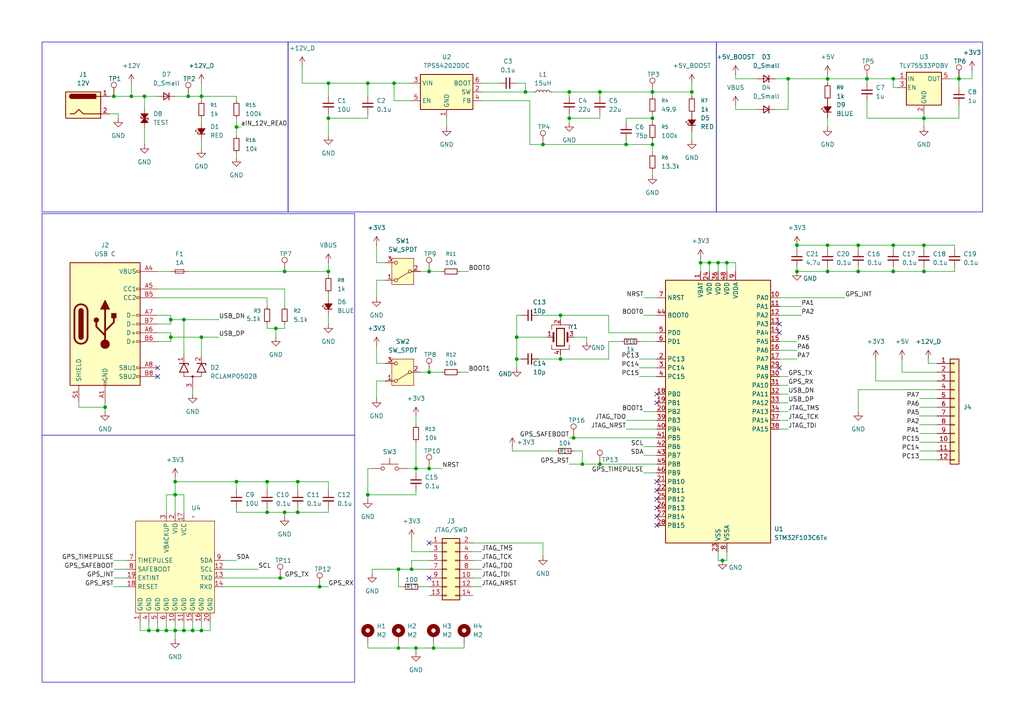
<source format=kicad_sch>
(kicad_sch (version 20250114) (generator "eeschema") (generator_version "9.0")
  (paper "A4")
  (title_block (title "DevBoard") (date "2026-01-31") (rev "A0.1") (company "MD"))
  (rectangle (start 12.192 12.192) (end 83.566 61.468))
  (rectangle (start 12.192 126.238) (end 102.87 197.866))
  (rectangle (start 83.566 12.192) (end 207.772 61.468))
  (rectangle (start 207.772 12.192) (end 284.988 61.468))
  (rectangle (start 12.192 61.976) (end 102.87 126.238))
  (junction (at 209.55 162.56))
  (junction (at 58.42 182.88))
  (junction (at 43.18 182.88))
  (junction (at 54.61 27.94))
  (junction (at 115.57 187.96))
  (junction (at 231.14 71.12))
  (junction (at 30.48 118.11))
  (junction (at 149.86 104.14))
  (junction (at 124.46 135.89))
  (junction (at 231.14 78.74))
  (junction (at 33.02 27.94))
  (junction (at 259.08 22.86))
  (junction (at 125.73 187.96))
  (junction (at 205.74 76.2))
  (junction (at 120.65 187.96))
  (junction (at 58.42 97.79))
  (junction (at 240.03 71.12))
  (junction (at 50.8 139.7))
  (junction (at 38.1 27.94))
  (junction (at 80.01 95.25))
  (junction (at 48.26 182.88))
  (junction (at 173.99 26.67))
  (junction (at 189.23 34.29))
  (junction (at 53.34 92.71))
  (junction (at 208.28 76.2))
  (junction (at 92.71 170.18))
  (junction (at 165.1 34.29))
  (junction (at 77.47 139.7))
  (junction (at 68.58 36.83))
  (junction (at 120.65 135.89))
  (junction (at 95.25 78.74))
  (junction (at 124.46 107.95))
  (junction (at 86.36 148.59))
  (junction (at 50.8 143.51))
  (junction (at 267.97 34.29))
  (junction (at 157.48 41.91))
  (junction (at 95.25 34.29))
  (junction (at 68.58 139.7))
  (junction (at 259.08 78.74))
  (junction (at 95.25 24.13))
  (junction (at 114.3 24.13))
  (junction (at 82.55 78.74))
  (junction (at 115.57 165.1))
  (junction (at 251.46 22.86))
  (junction (at 203.2 76.2))
  (junction (at 106.68 24.13))
  (junction (at 77.47 148.59))
  (junction (at 86.36 139.7))
  (junction (at 210.82 76.2))
  (junction (at 189.23 26.67))
  (junction (at 240.03 22.86))
  (junction (at 200.66 26.67))
  (junction (at 248.92 78.74))
  (junction (at 119.38 165.1))
  (junction (at 173.99 134.62))
  (junction (at 267.97 71.12))
  (junction (at 162.56 104.14))
  (junction (at 152.4 26.67))
  (junction (at 49.53 97.79))
  (junction (at 53.34 182.88))
  (junction (at 259.08 71.12))
  (junction (at 49.53 92.71))
  (junction (at 165.1 26.67))
  (junction (at 168.91 134.62))
  (junction (at 228.6 22.86))
  (junction (at 162.56 91.44))
  (junction (at 267.97 78.74))
  (junction (at 81.28 167.64))
  (junction (at 189.23 41.91))
  (junction (at 50.8 182.88))
  (junction (at 41.91 27.94))
  (junction (at 55.88 182.88))
  (junction (at 82.55 148.59))
  (junction (at 248.92 71.12))
  (junction (at 278.13 22.86))
  (junction (at 240.03 78.74))
  (junction (at 45.72 182.88))
  (junction (at 124.46 78.74))
  (junction (at 106.68 143.51))
  (junction (at 58.42 27.94))
  (junction (at 181.61 41.91))
  (junction (at 166.37 127))
  (junction (at 149.86 97.79))
  (no_connect (at 190.5 114.3))
  (no_connect (at 226.06 106.68))
  (no_connect (at 190.5 144.78))
  (no_connect (at 45.72 109.22))
  (no_connect (at 226.06 96.52))
  (no_connect (at 190.5 149.86))
  (no_connect (at 45.72 106.68))
  (no_connect (at 190.5 147.32))
  (no_connect (at 190.5 152.4))
  (no_connect (at 190.5 116.84))
  (no_connect (at 124.46 157.48))
  (no_connect (at 226.06 93.98))
  (no_connect (at 190.5 142.24))
  (no_connect (at 124.46 167.64))
  (no_connect (at 190.5 139.7))
  (wire (pts (xy 185.42 109.22) (xy 190.5 109.22)))
  (wire (pts (xy 95.25 147.32) (xy 95.25 148.59)))
  (wire (pts (xy 45.72 96.52) (xy 49.53 96.52)))
  (wire (pts (xy 149.86 97.79) (xy 158.75 97.79)))
  (wire (pts (xy 162.56 91.44) (xy 176.53 91.44)))
  (wire (pts (xy 248.92 113.03) (xy 248.92 119.38)))
  (wire (pts (xy 95.25 78.74) (xy 95.25 80.01)))
  (wire (pts (xy 149.86 91.44) (xy 149.86 97.79)))
  (wire (pts (xy 58.42 182.88) (xy 60.96 182.88)))
  (wire (pts (xy 111.76 76.2) (xy 109.22 76.2)))
  (wire (pts (xy 77.47 147.32) (xy 77.47 148.59)))
  (wire (pts (xy 120.65 142.24) (xy 120.65 143.51)))
  (wire (pts (xy 53.34 143.51) (xy 50.8 143.51)))
  (wire (pts (xy 173.99 134.62) (xy 190.5 134.62)))
  (wire (pts (xy 205.74 76.2) (xy 205.74 78.74)))
  (wire (pts (xy 48.26 180.34) (xy 48.26 182.88)))
  (wire (pts (xy 219.71 22.86) (xy 213.36 22.86)))
  (wire (pts (xy 77.47 148.59) (xy 82.55 148.59)))
  (wire (pts (xy 226.06 116.84) (xy 228.6 116.84)))
  (wire (pts (xy 248.92 71.12) (xy 240.03 71.12)))
  (wire (pts (xy 95.25 27.94) (xy 95.25 24.13)))
  (wire (pts (xy 95.25 142.24) (xy 95.25 139.7)))
  (wire (pts (xy 58.42 24.13) (xy 58.42 27.94)))
  (wire (pts (xy 168.91 130.81) (xy 168.91 134.62)))
  (wire (pts (xy 137.16 157.48) (xy 157.48 157.48)))
  (wire (pts (xy 133.35 78.74) (xy 135.89 78.74)))
  (wire (pts (xy 148.59 130.81) (xy 161.29 130.81)))
  (wire (pts (xy 266.7 133.35) (xy 271.78 133.35)))
  (wire (pts (xy 240.03 77.47) (xy 240.03 78.74)))
  (wire (pts (xy 124.46 160.02) (xy 119.38 160.02)))
  (wire (pts (xy 45.72 86.36) (xy 77.47 86.36)))
  (wire (pts (xy 121.92 107.95) (xy 124.46 107.95)))
  (wire (pts (xy 210.82 162.56) (xy 209.55 162.56)))
  (wire (pts (xy 180.34 99.06) (xy 176.53 99.06)))
  (wire (pts (xy 149.86 104.14) (xy 151.13 104.14)))
  (wire (pts (xy 176.53 96.52) (xy 176.53 91.44)))
  (wire (pts (xy 120.65 187.96) (xy 120.65 189.23)))
  (wire (pts (xy 189.23 34.29) (xy 189.23 35.56)))
  (wire (pts (xy 109.22 71.12) (xy 109.22 76.2)))
  (wire (pts (xy 208.28 76.2) (xy 208.28 78.74)))
  (wire (pts (xy 106.68 186.69) (xy 106.68 187.96)))
  (wire (pts (xy 124.46 107.95) (xy 128.27 107.95)))
  (wire (pts (xy 224.79 31.75) (xy 228.6 31.75)))
  (wire (pts (xy 226.06 114.3) (xy 228.6 114.3)))
  (wire (pts (xy 240.03 34.29) (xy 240.03 36.83)))
  (wire (pts (xy 68.58 44.45) (xy 68.58 45.72)))
  (wire (pts (xy 185.42 104.14) (xy 190.5 104.14)))
  (wire (pts (xy 248.92 77.47) (xy 248.92 78.74)))
  (wire (pts (xy 228.6 121.92) (xy 226.06 121.92)))
  (wire (pts (xy 58.42 34.29) (xy 58.42 35.56)))
  (wire (pts (xy 213.36 31.75) (xy 219.71 31.75)))
  (wire (pts (xy 77.47 139.7) (xy 68.58 139.7)))
  (wire (pts (xy 259.08 25.4) (xy 259.08 22.86)))
  (wire (pts (xy 55.88 180.34) (xy 55.88 182.88)))
  (wire (pts (xy 266.7 120.65) (xy 271.78 120.65)))
  (wire (pts (xy 77.47 93.98) (xy 77.47 95.25)))
  (wire (pts (xy 139.7 26.67) (xy 152.4 26.67)))
  (wire (pts (xy 200.66 24.13) (xy 200.66 26.67)))
  (wire (pts (xy 228.6 22.86) (xy 240.03 22.86)))
  (wire (pts (xy 137.16 167.64) (xy 139.7 167.64)))
  (wire (pts (xy 95.25 139.7) (xy 86.36 139.7)))
  (wire (pts (xy 77.47 86.36) (xy 77.47 88.9)))
  (wire (pts (xy 109.22 110.49) (xy 109.22 115.57)))
  (wire (pts (xy 53.34 92.71) (xy 53.34 102.87)))
  (wire (pts (xy 267.97 34.29) (xy 267.97 33.02)))
  (wire (pts (xy 95.25 91.44) (xy 95.25 93.98)))
  (wire (pts (xy 53.34 180.34) (xy 53.34 182.88)))
  (wire (pts (xy 165.1 34.29) (xy 173.99 34.29)))
  (wire (pts (xy 266.7 128.27) (xy 271.78 128.27)))
  (wire (pts (xy 115.57 186.69) (xy 115.57 187.96)))
  (wire (pts (xy 153.67 41.91) (xy 153.67 29.21)))
  (wire (pts (xy 149.86 24.13) (xy 152.4 24.13)))
  (wire (pts (xy 82.55 95.25) (xy 80.01 95.25)))
  (wire (pts (xy 41.91 36.83) (xy 41.91 41.91)))
  (wire (pts (xy 50.8 143.51) (xy 50.8 148.59)))
  (wire (pts (xy 231.14 99.06) (xy 226.06 99.06)))
  (wire (pts (xy 228.6 124.46) (xy 226.06 124.46)))
  (wire (pts (xy 170.18 97.79) (xy 170.18 99.06)))
  (wire (pts (xy 116.84 170.18) (xy 115.57 170.18)))
  (wire (pts (xy 119.38 29.21) (xy 114.3 29.21)))
  (wire (pts (xy 226.06 101.6) (xy 231.14 101.6)))
  (wire (pts (xy 189.23 33.02) (xy 189.23 34.29)))
  (wire (pts (xy 271.78 110.49) (xy 254 110.49)))
  (wire (pts (xy 30.48 116.84) (xy 30.48 118.11)))
  (wire (pts (xy 48.26 148.59) (xy 48.26 143.51)))
  (wire (pts (xy 228.6 22.86) (xy 228.6 31.75)))
  (wire (pts (xy 261.62 107.95) (xy 261.62 104.14)))
  (wire (pts (xy 95.25 24.13) (xy 106.68 24.13)))
  (wire (pts (xy 124.46 78.74) (xy 128.27 78.74)))
  (wire (pts (xy 22.86 116.84) (xy 22.86 118.11)))
  (wire (pts (xy 68.58 36.83) (xy 68.58 39.37)))
  (wire (pts (xy 151.13 91.44) (xy 149.86 91.44)))
  (wire (pts (xy 58.42 97.79) (xy 63.5 97.79)))
  (wire (pts (xy 49.53 97.79) (xy 49.53 99.06)))
  (wire (pts (xy 148.59 130.81) (xy 148.59 129.54)))
  (wire (pts (xy 267.97 71.12) (xy 259.08 71.12)))
  (wire (pts (xy 181.61 121.92) (xy 190.5 121.92)))
  (wire (pts (xy 38.1 27.94) (xy 41.91 27.94)))
  (wire (pts (xy 86.36 142.24) (xy 86.36 139.7)))
  (wire (pts (xy 49.53 93.98) (xy 49.53 92.71)))
  (wire (pts (xy 119.38 165.1) (xy 124.46 165.1)))
  (wire (pts (xy 152.4 26.67) (xy 154.94 26.67)))
  (wire (pts (xy 248.92 71.12) (xy 248.92 72.39)))
  (wire (pts (xy 50.8 27.94) (xy 54.61 27.94)))
  (wire (pts (xy 228.6 119.38) (xy 226.06 119.38)))
  (wire (pts (xy 157.48 41.91) (xy 153.67 41.91)))
  (wire (pts (xy 166.37 127) (xy 190.5 127)))
  (wire (pts (xy 43.18 182.88) (xy 40.64 182.88)))
  (wire (pts (xy 186.69 86.36) (xy 190.5 86.36)))
  (wire (pts (xy 190.5 124.46) (xy 181.61 124.46)))
  (wire (pts (xy 50.8 182.88) (xy 48.26 182.88)))
  (wire (pts (xy 134.62 186.69) (xy 134.62 187.96)))
  (wire (pts (xy 64.77 170.18) (xy 92.71 170.18)))
  (wire (pts (xy 45.72 180.34) (xy 45.72 182.88)))
  (wire (pts (xy 53.34 92.71) (xy 63.5 92.71)))
  (wire (pts (xy 226.06 111.76) (xy 228.6 111.76)))
  (wire (pts (xy 49.53 97.79) (xy 58.42 97.79)))
  (wire (pts (xy 82.55 83.82) (xy 45.72 83.82)))
  (wire (pts (xy 115.57 165.1) (xy 119.38 165.1)))
  (wire (pts (xy 278.13 34.29) (xy 267.97 34.29)))
  (wire (pts (xy 259.08 22.86) (xy 251.46 22.86)))
  (wire (pts (xy 271.78 107.95) (xy 261.62 107.95)))
  (wire (pts (xy 226.06 88.9) (xy 232.41 88.9)))
  (wire (pts (xy 41.91 27.94) (xy 41.91 31.75)))
  (wire (pts (xy 165.1 127) (xy 166.37 127)))
  (wire (pts (xy 111.76 105.41) (xy 109.22 105.41)))
  (wire (pts (xy 40.64 182.88) (xy 40.64 180.34)))
  (wire (pts (xy 58.42 40.64) (xy 58.42 43.18)))
  (wire (pts (xy 34.29 33.02) (xy 34.29 34.29)))
  (wire (pts (xy 48.26 182.88) (xy 45.72 182.88)))
  (wire (pts (xy 58.42 27.94) (xy 58.42 29.21)))
  (wire (pts (xy 115.57 170.18) (xy 115.57 165.1)))
  (wire (pts (xy 271.78 113.03) (xy 248.92 113.03)))
  (wire (pts (xy 82.55 148.59) (xy 82.55 149.86)))
  (wire (pts (xy 68.58 34.29) (xy 68.58 36.83)))
  (wire (pts (xy 156.21 91.44) (xy 162.56 91.44)))
  (wire (pts (xy 53.34 182.88) (xy 55.88 182.88)))
  (wire (pts (xy 115.57 187.96) (xy 120.65 187.96)))
  (wire (pts (xy 50.8 139.7) (xy 50.8 143.51)))
  (wire (pts (xy 120.65 120.65) (xy 120.65 123.19)))
  (wire (pts (xy 33.02 162.56) (xy 36.83 162.56)))
  (wire (pts (xy 33.02 165.1) (xy 36.83 165.1)))
  (wire (pts (xy 109.22 81.28) (xy 109.22 86.36)))
  (wire (pts (xy 49.53 91.44) (xy 49.53 92.71)))
  (wire (pts (xy 95.25 148.59) (xy 86.36 148.59)))
  (wire (pts (xy 278.13 30.48) (xy 278.13 34.29)))
  (wire (pts (xy 165.1 26.67) (xy 173.99 26.67)))
  (wire (pts (xy 240.03 78.74) (xy 248.92 78.74)))
  (wire (pts (xy 231.14 71.12) (xy 231.14 72.39)))
  (wire (pts (xy 106.68 135.89) (xy 106.68 143.51)))
  (wire (pts (xy 106.68 187.96) (xy 115.57 187.96)))
  (wire (pts (xy 189.23 26.67) (xy 189.23 27.94)))
  (wire (pts (xy 275.59 22.86) (xy 278.13 22.86)))
  (wire (pts (xy 82.55 93.98) (xy 82.55 95.25)))
  (wire (pts (xy 162.56 104.14) (xy 162.56 102.87)))
  (wire (pts (xy 120.65 135.89) (xy 120.65 137.16)))
  (wire (pts (xy 109.22 100.33) (xy 109.22 105.41)))
  (wire (pts (xy 213.36 22.86) (xy 213.36 21.59)))
  (wire (pts (xy 118.11 135.89) (xy 120.65 135.89)))
  (wire (pts (xy 162.56 91.44) (xy 162.56 92.71)))
  (wire (pts (xy 82.55 88.9) (xy 82.55 83.82)))
  (wire (pts (xy 190.5 99.06) (xy 185.42 99.06)))
  (wire (pts (xy 240.03 71.12) (xy 231.14 71.12)))
  (wire (pts (xy 160.02 26.67) (xy 165.1 26.67)))
  (wire (pts (xy 107.95 165.1) (xy 115.57 165.1)))
  (wire (pts (xy 166.37 130.81) (xy 168.91 130.81)))
  (wire (pts (xy 137.16 162.56) (xy 139.7 162.56)))
  (wire (pts (xy 267.97 71.12) (xy 267.97 72.39)))
  (wire (pts (xy 176.53 104.14) (xy 162.56 104.14)))
  (wire (pts (xy 31.75 27.94) (xy 33.02 27.94)))
  (wire (pts (xy 189.23 41.91) (xy 189.23 44.45)))
  (wire (pts (xy 45.72 91.44) (xy 49.53 91.44)))
  (wire (pts (xy 121.92 78.74) (xy 124.46 78.74)))
  (wire (pts (xy 50.8 138.43) (xy 50.8 139.7)))
  (wire (pts (xy 266.7 130.81) (xy 271.78 130.81)))
  (wire (pts (xy 248.92 78.74) (xy 259.08 78.74)))
  (wire (pts (xy 119.38 24.13) (xy 114.3 24.13)))
  (wire (pts (xy 165.1 34.29) (xy 165.1 35.56)))
  (wire (pts (xy 152.4 24.13) (xy 152.4 26.67)))
  (wire (pts (xy 64.77 162.56) (xy 68.58 162.56)))
  (wire (pts (xy 77.47 95.25) (xy 80.01 95.25)))
  (wire (pts (xy 33.02 167.64) (xy 36.83 167.64)))
  (wire (pts (xy 281.94 20.32) (xy 281.94 22.86)))
  (wire (pts (xy 82.55 78.74) (xy 95.25 78.74)))
  (wire (pts (xy 189.23 26.67) (xy 173.99 26.67)))
  (wire (pts (xy 278.13 22.86) (xy 278.13 25.4)))
  (wire (pts (xy 43.18 180.34) (xy 43.18 182.88)))
  (wire (pts (xy 149.86 104.14) (xy 149.86 106.68)))
  (wire (pts (xy 149.86 97.79) (xy 149.86 104.14)))
  (wire (pts (xy 181.61 41.91) (xy 189.23 41.91)))
  (wire (pts (xy 173.99 33.02) (xy 173.99 34.29)))
  (wire (pts (xy 95.25 34.29) (xy 95.25 39.37)))
  (wire (pts (xy 49.53 96.52) (xy 49.53 97.79)))
  (wire (pts (xy 86.36 147.32) (xy 86.36 148.59)))
  (wire (pts (xy 137.16 165.1) (xy 139.7 165.1)))
  (wire (pts (xy 186.69 129.54) (xy 190.5 129.54)))
  (wire (pts (xy 231.14 78.74) (xy 240.03 78.74)))
  (wire (pts (xy 203.2 76.2) (xy 203.2 78.74)))
  (wire (pts (xy 208.28 162.56) (xy 209.55 162.56)))
  (wire (pts (xy 60.96 180.34) (xy 60.96 182.88)))
  (wire (pts (xy 92.71 170.18) (xy 95.25 170.18)))
  (wire (pts (xy 210.82 160.02) (xy 210.82 162.56)))
  (wire (pts (xy 165.1 26.67) (xy 165.1 27.94)))
  (wire (pts (xy 53.34 148.59) (xy 53.34 143.51)))
  (wire (pts (xy 64.77 165.1) (xy 74.93 165.1)))
  (wire (pts (xy 41.91 27.94) (xy 45.72 27.94)))
  (wire (pts (xy 165.1 134.62) (xy 168.91 134.62)))
  (wire (pts (xy 165.1 34.29) (xy 165.1 33.02)))
  (wire (pts (xy 200.66 26.67) (xy 189.23 26.67)))
  (wire (pts (xy 86.36 148.59) (xy 82.55 148.59)))
  (wire (pts (xy 181.61 35.56) (xy 181.61 34.29)))
  (wire (pts (xy 106.68 143.51) (xy 120.65 143.51)))
  (wire (pts (xy 133.35 107.95) (xy 135.89 107.95)))
  (wire (pts (xy 58.42 97.79) (xy 58.42 102.87)))
  (wire (pts (xy 125.73 187.96) (xy 120.65 187.96)))
  (wire (pts (xy 68.58 142.24) (xy 68.58 139.7)))
  (wire (pts (xy 33.02 170.18) (xy 36.83 170.18)))
  (wire (pts (xy 50.8 182.88) (xy 53.34 182.88)))
  (wire (pts (xy 267.97 78.74) (xy 276.86 78.74)))
  (wire (pts (xy 119.38 162.56) (xy 119.38 165.1)))
  (wire (pts (xy 58.42 27.94) (xy 68.58 27.94)))
  (wire (pts (xy 189.23 49.53) (xy 189.23 50.8)))
  (wire (pts (xy 266.7 118.11) (xy 271.78 118.11)))
  (wire (pts (xy 55.88 182.88) (xy 58.42 182.88)))
  (wire (pts (xy 186.69 119.38) (xy 190.5 119.38)))
  (wire (pts (xy 259.08 78.74) (xy 267.97 78.74)))
  (wire (pts (xy 50.8 185.42) (xy 50.8 182.88)))
  (wire (pts (xy 266.7 125.73) (xy 271.78 125.73)))
  (wire (pts (xy 95.25 85.09) (xy 95.25 86.36)))
  (wire (pts (xy 77.47 142.24) (xy 77.47 139.7)))
  (wire (pts (xy 119.38 156.21) (xy 119.38 160.02)))
  (wire (pts (xy 157.48 157.48) (xy 157.48 161.29)))
  (wire (pts (xy 106.68 143.51) (xy 106.68 144.78)))
  (wire (pts (xy 205.74 76.2) (xy 203.2 76.2)))
  (wire (pts (xy 168.91 134.62) (xy 173.99 134.62)))
  (wire (pts (xy 269.24 105.41) (xy 269.24 104.14)))
  (wire (pts (xy 106.68 135.89) (xy 107.95 135.89)))
  (wire (pts (xy 240.03 22.86) (xy 251.46 22.86)))
  (wire (pts (xy 68.58 27.94) (xy 68.58 29.21)))
  (wire (pts (xy 208.28 76.2) (xy 205.74 76.2)))
  (wire (pts (xy 81.28 167.64) (xy 82.55 167.64)))
  (wire (pts (xy 50.8 180.34) (xy 50.8 182.88)))
  (wire (pts (xy 254 110.49) (xy 254 104.14)))
  (wire (pts (xy 166.37 97.79) (xy 170.18 97.79)))
  (wire (pts (xy 176.53 99.06) (xy 176.53 104.14)))
  (wire (pts (xy 49.53 92.71) (xy 53.34 92.71)))
  (wire (pts (xy 203.2 74.93) (xy 203.2 76.2)))
  (wire (pts (xy 45.72 78.74) (xy 49.53 78.74)))
  (wire (pts (xy 240.03 71.12) (xy 240.03 72.39)))
  (wire (pts (xy 190.5 96.52) (xy 176.53 96.52)))
  (wire (pts (xy 276.86 71.12) (xy 267.97 71.12)))
  (wire (pts (xy 124.46 170.18) (xy 121.92 170.18)))
  (wire (pts (xy 259.08 71.12) (xy 248.92 71.12)))
  (wire (pts (xy 120.65 128.27) (xy 120.65 135.89)))
  (wire (pts (xy 186.69 91.44) (xy 190.5 91.44)))
  (wire (pts (xy 278.13 22.86) (xy 281.94 22.86)))
  (wire (pts (xy 45.72 99.06) (xy 49.53 99.06)))
  (wire (pts (xy 48.26 143.51) (xy 50.8 143.51)))
  (wire (pts (xy 185.42 106.68) (xy 190.5 106.68)))
  (wire (pts (xy 226.06 91.44) (xy 232.41 91.44)))
  (wire (pts (xy 226.06 86.36) (xy 245.11 86.36)))
  (wire (pts (xy 153.67 29.21) (xy 139.7 29.21)))
  (wire (pts (xy 267.97 77.47) (xy 267.97 78.74)))
  (wire (pts (xy 134.62 187.96) (xy 125.73 187.96)))
  (wire (pts (xy 95.25 34.29) (xy 106.68 34.29)))
  (wire (pts (xy 129.54 34.29) (xy 129.54 36.83)))
  (wire (pts (xy 231.14 77.47) (xy 231.14 78.74)))
  (wire (pts (xy 95.25 76.2) (xy 95.25 78.74)))
  (wire (pts (xy 68.58 36.83) (xy 69.85 36.83)))
  (wire (pts (xy 137.16 160.02) (xy 139.7 160.02)))
  (wire (pts (xy 213.36 78.74) (xy 213.36 76.2)))
  (wire (pts (xy 251.46 22.86) (xy 251.46 24.13)))
  (wire (pts (xy 31.75 33.02) (xy 34.29 33.02)))
  (wire (pts (xy 186.69 137.16) (xy 190.5 137.16)))
  (wire (pts (xy 111.76 110.49) (xy 109.22 110.49)))
  (wire (pts (xy 45.72 182.88) (xy 43.18 182.88)))
  (wire (pts (xy 139.7 24.13) (xy 144.78 24.13)))
  (wire (pts (xy 210.82 78.74) (xy 210.82 76.2)))
  (wire (pts (xy 68.58 139.7) (xy 50.8 139.7)))
  (wire (pts (xy 120.65 135.89) (xy 124.46 135.89)))
  (wire (pts (xy 55.88 113.03) (xy 55.88 114.3)))
  (wire (pts (xy 106.68 33.02) (xy 106.68 34.29)))
  (wire (pts (xy 200.66 38.1) (xy 200.66 40.64)))
  (wire (pts (xy 259.08 71.12) (xy 259.08 72.39)))
  (wire (pts (xy 276.86 78.74) (xy 276.86 77.47)))
  (wire (pts (xy 22.86 118.11) (xy 30.48 118.11)))
  (wire (pts (xy 271.78 105.41) (xy 269.24 105.41)))
  (wire (pts (xy 266.7 115.57) (xy 271.78 115.57)))
  (wire (pts (xy 173.99 26.67) (xy 173.99 27.94)))
  (wire (pts (xy 186.69 132.08) (xy 190.5 132.08)))
  (wire (pts (xy 80.01 95.25) (xy 80.01 97.79)))
  (wire (pts (xy 114.3 29.21) (xy 114.3 24.13)))
  (wire (pts (xy 224.79 22.86) (xy 228.6 22.86)))
  (wire (pts (xy 200.66 27.94) (xy 200.66 26.67)))
  (wire (pts (xy 106.68 27.94) (xy 106.68 24.13)))
  (wire (pts (xy 181.61 40.64) (xy 181.61 41.91)))
  (wire (pts (xy 38.1 24.13) (xy 38.1 27.94)))
  (wire (pts (xy 54.61 78.74) (xy 82.55 78.74)))
  (wire (pts (xy 68.58 147.32) (xy 68.58 148.59)))
  (wire (pts (xy 240.03 24.13) (xy 240.03 22.86)))
  (wire (pts (xy 124.46 135.89) (xy 128.27 135.89)))
  (wire (pts (xy 107.95 165.1) (xy 107.95 166.37)))
  (wire (pts (xy 156.21 104.14) (xy 162.56 104.14)))
  (wire (pts (xy 208.28 160.02) (xy 208.28 162.56)))
  (wire (pts (xy 125.73 186.69) (xy 125.73 187.96)))
  (wire (pts (xy 124.46 162.56) (xy 119.38 162.56)))
  (wire (pts (xy 260.35 25.4) (xy 259.08 25.4)))
  (wire (pts (xy 189.23 40.64) (xy 189.23 41.91)))
  (wire (pts (xy 114.3 24.13) (xy 106.68 24.13)))
  (wire (pts (xy 276.86 72.39) (xy 276.86 71.12)))
  (wire (pts (xy 64.77 167.64) (xy 81.28 167.64)))
  (wire (pts (xy 226.06 109.22) (xy 228.6 109.22)))
  (wire (pts (xy 181.61 41.91) (xy 157.48 41.91)))
  (wire (pts (xy 210.82 76.2) (xy 208.28 76.2)))
  (wire (pts (xy 259.08 77.47) (xy 259.08 78.74)))
  (wire (pts (xy 213.36 31.75) (xy 213.36 30.48)))
  (wire (pts (xy 54.61 27.94) (xy 58.42 27.94)))
  (wire (pts (xy 260.35 22.86) (xy 259.08 22.86)))
  (wire (pts (xy 68.58 148.59) (xy 77.47 148.59)))
  (wire (pts (xy 267.97 36.83) (xy 267.97 34.29)))
  (wire (pts (xy 213.36 76.2) (xy 210.82 76.2)))
  (wire (pts (xy 30.48 118.11) (xy 30.48 119.38)))
  (wire (pts (xy 266.7 123.19) (xy 271.78 123.19)))
  (wire (pts (xy 95.25 33.02) (xy 95.25 34.29)))
  (wire (pts (xy 33.02 27.94) (xy 38.1 27.94)))
  (wire (pts (xy 240.03 21.59) (xy 240.03 22.86)))
  (wire (pts (xy 137.16 170.18) (xy 139.7 170.18)))
  (wire (pts (xy 87.63 24.13) (xy 95.25 24.13)))
  (wire (pts (xy 181.61 34.29) (xy 189.23 34.29)))
  (wire (pts (xy 45.72 93.98) (xy 49.53 93.98)))
  (wire (pts (xy 87.63 24.13) (xy 87.63 19.05)))
  (wire (pts (xy 86.36 139.7) (xy 77.47 139.7)))
  (wire (pts (xy 226.06 104.14) (xy 231.14 104.14)))
  (wire (pts (xy 58.42 180.34) (xy 58.42 182.88)))
  (wire (pts (xy 267.97 34.29) (xy 251.46 34.29)))
  (wire (pts (xy 111.76 81.28) (xy 109.22 81.28)))
  (wire (pts (xy 251.46 34.29) (xy 251.46 29.21)))
  (label "NRST" (at 128.27 135.89 0))
  (label "GPS_INT" (at 245.11 86.36 0))
  (label "PA5" (at 266.7 120.65 180))
  (label "PA2" (at 266.7 123.19 180))
  (label "PA5" (at 231.14 99.06 0))
  (label "GPS_RST" (at 33.02 170.18 180))
  (label "NRST" (at 186.69 86.36 180))
  (label "JTAG_TCK" (at 228.6 121.92 0))
  (label "PA2" (at 232.41 91.44 0))
  (label "BOOT1" (at 135.89 107.95 0))
  (label "GPS_RX" (at 228.6 111.76 0))
  (label "JTAG_NRST" (at 139.7 170.18 0))
  (label "SDA" (at 186.69 132.08 180))
  (label "BOOT0" (at 135.89 78.74 0))
  (label "PA1" (at 232.41 88.9 0))
  (label "SCL" (at 74.93 165.1 0))
  (label "GPS_TIMEPULSE" (at 186.69 137.16 180))
  (label "PC14" (at 266.7 130.81 180))
  (label "BOOT1" (at 186.69 119.38 180))
  (label "PA7" (at 266.7 115.57 180))
  (label "PA1" (at 266.7 125.73 180))
  (label "PC13" (at 266.7 133.35 180))
  (label "USB_DN" (at 228.6 114.3 0))
  (label "JTAG_TDO" (at 181.61 121.92 180))
  (label "JTAG_TDO" (at 139.7 165.1 0))
  (label "JTAG_TMS" (at 139.7 160.02 0))
  (label "GPS_SAFEBOOT" (at 165.1 127 180))
  (label "JTAG_TCK" (at 139.7 162.56 0))
  (label "GPS_TX" (at 82.55 167.64 0))
  (label "GPS_INT" (at 33.02 167.64 180))
  (label "PA6" (at 231.14 101.6 0))
  (label "JTAG_NRST" (at 181.61 124.46 180))
  (label "USB_DP" (at 228.6 116.84 0))
  (label "JTAG_TDI" (at 228.6 124.46 0))
  (label "USB_DN" (at 63.5 92.71 0))
  (label "PC15" (at 266.7 128.27 180))
  (label "BOOT0" (at 186.69 91.44 180))
  (label "GPS_RST" (at 165.1 134.62 180))
  (label "SDA" (at 68.58 162.56 0))
  (label "GPS_TX" (at 228.6 109.22 0))
  (label "GPS_RX" (at 95.25 170.18 0))
  (label "PA7" (at 231.14 104.14 0))
  (label "JTAG_TMS" (at 228.6 119.38 0))
  (label "USB_DP" (at 63.5 97.79 0))
  (label "SCL" (at 186.69 129.54 180))
  (label "GPS_TIMEPULSE" (at 33.02 162.56 180))
  (label "PC14" (at 185.42 106.68 180))
  (label "PA6" (at 266.7 118.11 180))
  (label "GPS_SAFEBOOT" (at 33.02 165.1 180))
  (label "JTAG_TDI" (at 139.7 167.64 0))
  (label "PC13" (at 185.42 104.14 180))
  (label "PC15" (at 185.42 109.22 180))
  (label "aIN_12V_READ" (at 69.85 36.83 0))
  (symbol (lib_id "power:GND") (at 149.86 106.68 0) (unit 1)
    (property "Reference" "#PWR031" (effects (hide yes)))
    (property "Value" "GND" (at 146.558 108.458 0))
    (property "Description" "Power symbol creates a global label with name \"GND\" , ground" (effects (hide yes)))
  )
  (symbol (lib_id "power:GND") (at 80.01 97.79 0) (unit 1)
    (property "Reference" "#PWR05" (effects (hide yes)))
    (property "Value" "GND" (at 80.01 102.87 0))
    (property "Description" "Power symbol creates a global label with name \"GND\" , ground" (effects (hide yes)))
  )
  (symbol (lib_id "Device:R_Small") (at 240.03 26.67 0) (unit 1)
    (property "Reference" "R9" (at 242.57 25.3999 0) (effects (font (size 1.016 1.016)) (justify left)))
    (property "Value" "1k" (at 242.57 27.9399 0) (effects (justify left)))
    (property "Footprint" "Resistor_SMD:R_0603_1608Metric_Pad0.98x0.95mm_HandSolder" (effects (hide yes)))
    (property "Description" "Resistor, small symbol" (effects (hide yes)))
  )
  (symbol (lib_id "CustomKicadSymbols:SAM-M10Q") (at 50.8 165.1 0) (unit 1)
    (property "Reference" "U4" (at 55.4833 147.32 0) (effects (justify left)))
    (property "Value" "~" (at 55.4833 149.86 0) (effects (justify left)))
    (property "Footprint" "CustomKicadFootprints:SAM-M10Q" (effects (hide yes)))
  )
  (symbol (lib_id "Device:Crystal_GND24") (at 162.56 97.79 0) (unit 1)
    (property "Reference" "Y1" (at 166.37 94.742 0))
    (property "Value" "8MHz" (effects (hide yes)))
    (property "Footprint" "Crystal:Crystal_SMD_Abracon_ABM8G-4Pin_3.2x2.5mm" (effects (hide yes)))
    (property "Description" "Four pin crystal, GND on pins 2 and 4" (effects (hide yes)))
  )
  (symbol (lib_id "power:GND") (at 107.95 166.37 0) (unit 1)
    (property "Reference" "#PWR041" (effects (hide yes)))
    (property "Value" "GND" (at 107.95 171.45 0))
    (property "Description" "Power symbol creates a global label with name \"GND\" , ground" (effects (hide yes)))
  )
  (symbol (lib_id "power:+3V3") (at 254 104.14 0) (unit 1)
    (property "Reference" "#PWR047" (effects (hide yes)))
    (property "Value" "+3V3" (at 254 99.06 0))
    (property "Description" "Power symbol creates a global label with name \"+3V3\"" (effects (hide yes)))
  )
  (symbol (lib_id "Device:R_Small") (at 189.23 38.1 0) (unit 1)
    (property "Reference" "R5" (at 191.77 36.8299 0) (effects (font (size 1.016 1.016)) (justify left)))
    (property "Value" "100k" (at 191.77 39.3699 0) (effects (justify left)))
    (property "Footprint" "Resistor_SMD:R_0603_1608Metric_Pad0.98x0.95mm_HandSolder" (effects (hide yes)))
    (property "Description" "Resistor, small symbol" (effects (hide yes)))
  )
  (symbol (lib_id "Device:L_Small") (at 157.48 26.67 90) (unit 1)
    (property "Reference" "L1" (at 157.48 21.59 90))
    (property "Value" "15uH" (at 157.48 24.13 90))
    (property "Footprint" "Inductor_SMD:L_Coilcraft_LPS3314" (effects (hide yes)))
    (property "Description" "Inductor, small symbol" (effects (hide yes)))
  )
  (symbol (lib_id "power:+3V3") (at 120.65 120.65 0) (unit 1)
    (property "Reference" "#PWR036" (effects (hide yes)))
    (property "Value" "+3V3" (at 120.65 115.57 0))
    (property "Description" "Power symbol creates a global label with name \"+3V3\"" (effects (hide yes)))
  )
  (symbol (lib_id "Device:C_Small") (at 147.32 24.13 90) (unit 1)
    (property "Reference" "C3" (at 147.3263 17.78 90))
    (property "Value" "0.1u" (at 147.3263 20.32 90))
    (property "Footprint" "Capacitor_SMD:C_0603_1608Metric_Pad1.08x0.95mm_HandSolder" (effects (hide yes)))
    (property "Description" "Unpolarized capacitor, small symbol" (effects (hide yes)))
  )
  (symbol (lib_id "Device:R_Small") (at 58.42 31.75 0) (unit 1)
    (property "Reference" "R1" (at 60.96 30.4799 0) (effects (font (size 1.016 1.016)) (justify left)))
    (property "Value" "1k" (at 60.96 33.0199 0) (effects (justify left)))
    (property "Footprint" "Resistor_SMD:R_0603_1608Metric_Pad0.98x0.95mm_HandSolder" (effects (hide yes)))
    (property "Description" "Resistor, small symbol" (effects (hide yes)))
  )
  (symbol (lib_id "power:GND") (at 157.48 161.29 0) (unit 1)
    (property "Reference" "#PWR042" (effects (hide yes)))
    (property "Value" "GND" (at 157.48 166.37 0))
    (property "Description" "Power symbol creates a global label with name \"GND\" , ground" (effects (hide yes)))
  )
  (symbol (lib_id "Regulator_Linear:TLV75533PDBV") (at 267.97 25.4 0) (unit 1)
    (property "Reference" "U3" (at 267.97 16.51 0))
    (property "Value" "TLV75533PDBV" (at 267.97 19.05 0))
    (property "Footprint" "Package_TO_SOT_SMD:SOT-23-5" (effects (hide yes)))
    (property "Datasheet" "http://www.ti.com/lit/ds/symlink/tlv755p.pdf" (effects (hide yes)))
    (property "Description" "500mA Low Dropout Voltage Regulator, Fixed Output 3.3V, SOT-23-5" (effects (hide yes)))
  )
  (symbol (lib_id "power:GND") (at 58.42 43.18 0) (unit 1)
    (property "Reference" "#PWR03" (effects (hide yes)))
    (property "Value" "GND" (at 58.42 48.26 0))
    (property "Description" "Power symbol creates a global label with name \"GND\" , ground" (effects (hide yes)))
  )
  (symbol (lib_id "Connector:TestPoint") (at 124.46 107.95 0) (unit 1)
    (property "Reference" "TP8" (at 122.936 102.87 0) (effects (justify left)))
    (property "Value" "TestPoint" (effects (hide yes)))
    (property "Footprint" "TestPoint:TestPoint_Pad_D2.0mm" (effects (hide yes)))
    (property "Description" "test point" (effects (hide yes)))
  )
  (symbol (lib_id "Device:D_Small") (at 48.26 27.94 180) (unit 1)
    (property "Reference" "D7" (at 48.26 21.59 0))
    (property "Value" "D_Small" (at 48.26 24.13 0))
    (property "Footprint" "Diode_SMD:D_0805_2012Metric_Pad1.15x1.40mm_HandSolder" (effects (hide yes)))
    (property "Description" "Diode, small symbol" (effects (hide yes)))
    (property "Sim.Device" "D" (effects (hide yes)))
    (property "Sim.Pins" "1=K 2=A" (effects (hide yes)))
  )
  (symbol (lib_id "power:+5V") (at 213.36 21.59 0) (unit 1)
    (property "Reference" "#PWR014" (effects (hide yes)))
    (property "Value" "+5V_BOOST" (at 213.36 16.51 0))
    (property "Description" "Power symbol creates a global label with name \"+5V\"" (effects (hide yes)))
  )
  (symbol (lib_id "Device:C_Small") (at 77.47 144.78 0) (unit 1)
    (property "Reference" "C10" (at 80.01 143.5162 0) (effects (justify left)))
    (property "Value" "0.1u" (at 80.01 146.0562 0) (effects (justify left)))
    (property "Footprint" "Capacitor_SMD:C_0603_1608Metric_Pad1.08x0.95mm_HandSolder" (effects (hide yes)))
    (property "Description" "Unpolarized capacitor, small symbol" (effects (hide yes)))
  )
  (symbol (lib_id "Mechanical:MountingHole_Pad") (at 125.73 184.15 0) (unit 1) (in_bom no)
    (property "Reference" "H3" (at 128.27 181.6099 0) (effects (justify left)))
    (property "Value" "M2" (at 128.27 184.1499 0) (effects (justify left)))
    (property "Footprint" "MountingHole:MountingHole_2.2mm_M2_ISO7380_Pad_TopBottom" (effects (hide yes)))
    (property "Description" "Mounting Hole with connection" (effects (hide yes)))
  )
  (symbol (lib_id "Device:R_Small") (at 119.38 170.18 90) (unit 1)
    (property "Reference" "R17" (at 119.38 170.18 90) (effects (font (size 1.016 1.016))))
    (property "Value" "100" (at 119.38 168.148 90))
    (property "Footprint" "Resistor_SMD:R_0603_1608Metric_Pad0.98x0.95mm_HandSolder" (effects (hide yes)))
    (property "Description" "Resistor, small symbol" (effects (hide yes)))
  )
  (symbol (lib_id "power:GND") (at 267.97 36.83 0) (unit 1)
    (property "Reference" "#PWR024" (effects (hide yes)))
    (property "Value" "GND" (at 267.97 41.91 0))
    (property "Description" "Power symbol creates a global label with name \"GND\" , ground" (effects (hide yes)))
  )
  (symbol (lib_id "power:+3V3") (at 148.59 129.54 0) (unit 1)
    (property "Reference" "#PWR038" (effects (hide yes)))
    (property "Value" "+3V3" (at 149.86 128.27 0) (effects (justify left)))
    (property "Description" "Power symbol creates a global label with name \"+3V3\"" (effects (hide yes)))
  )
  (symbol (lib_id "Device:C_Small") (at 95.25 30.48 0) (unit 1)
    (property "Reference" "C1" (at 97.79 29.2162 0) (effects (justify left)))
    (property "Value" "10U" (at 97.79 31.7562 0) (effects (justify left)))
    (property "Footprint" "Capacitor_SMD:C_0805_2012Metric_Pad1.18x1.45mm_HandSolder" (effects (hide yes)))
    (property "Description" "Unpolarized capacitor, small symbol" (effects (hide yes)))
  )
  (symbol (lib_id "Switch:SW_SPDT") (at 116.84 78.74 180) (unit 1)
    (property "Reference" "SW1" (at 116.84 69.85 0))
    (property "Value" "SW_SPDT" (at 116.84 72.39 0))
    (property "Description" "Switch, single pole double throw" (effects (hide yes)))
  )
  (symbol (lib_id "power:+12V") (at 58.42 24.13 0) (unit 1)
    (property "Reference" "#PWR01" (effects (hide yes)))
    (property "Value" "+12V_D" (at 58.42 19.05 0))
    (property "Description" "Power symbol creates a global label with name \"+12V\"" (effects (hide yes)))
  )
  (symbol (lib_id "power:GND") (at 240.03 36.83 0) (unit 1)
    (property "Reference" "#PWR021" (effects (hide yes)))
    (property "Value" "GND" (at 240.03 41.91 0))
    (property "Description" "Power symbol creates a global label with name \"GND\" , ground" (effects (hide yes)))
  )
  (symbol (lib_id "Device:C_Small") (at 231.14 74.93 0) (unit 1)
    (property "Reference" "C21" (at 233.68 73.6662 0) (effects (justify left)))
    (property "Value" "4.7u" (at 233.68 76.2062 0) (effects (justify left)))
    (property "Footprint" "Capacitor_SMD:C_0805_2012Metric_Pad1.18x1.45mm_HandSolder" (effects (hide yes)))
    (property "Description" "Unpolarized capacitor, small symbol" (effects (hide yes)))
  )
  (symbol (lib_id "power:+3V3") (at 50.8 138.43 0) (unit 1)
    (property "Reference" "#PWR026" (effects (hide yes)))
    (property "Value" "+3V3" (at 50.8 133.35 0))
    (property "Description" "Power symbol creates a global label with name \"+3V3\"" (effects (hide yes)))
  )
  (symbol (lib_id "Connector:TestPoint") (at 166.37 127 0) (unit 1)
    (property "Reference" "TP16" (at 164.846 121.92 0) (effects (justify left)))
    (property "Value" "TestPoint" (effects (hide yes)))
    (property "Footprint" "TestPoint:TestPoint_Pad_D2.0mm" (effects (hide yes)))
    (property "Description" "test point" (effects (hide yes)))
  )
  (symbol (lib_id "power:+5V") (at 240.03 21.59 0) (unit 1)
    (property "Reference" "#PWR016" (effects (hide yes)))
    (property "Value" "+5V" (at 240.03 16.51 0))
    (property "Description" "Power symbol creates a global label with name \"+5V\"" (effects (hide yes)))
  )
  (symbol (lib_id "Device:R_Small") (at 82.55 91.44 0) (unit 1)
    (property "Reference" "R2" (at 85.09 90.1699 0) (effects (font (size 1.016 1.016)) (justify left)))
    (property "Value" "5.1k" (at 85.09 92.7099 0) (effects (justify left)))
    (property "Footprint" "Resistor_SMD:R_0603_1608Metric_Pad0.98x0.95mm_HandSolder" (effects (hide yes)))
    (property "Description" "Resistor, small symbol" (effects (hide yes)))
  )
  (symbol (lib_id "Connector:TestPoint") (at 124.46 78.74 0) (unit 1)
    (property "Reference" "TP9" (at 122.936 73.66 0) (effects (justify left)))
    (property "Value" "TestPoint" (effects (hide yes)))
    (property "Footprint" "TestPoint:TestPoint_Pad_D2.0mm" (effects (hide yes)))
    (property "Description" "test point" (effects (hide yes)))
  )
  (symbol (lib_id "Connector_Generic:Conn_02x07_Odd_Even") (at 129.54 165.1 0) (unit 1)
    (property "Reference" "J3" (at 130.81 151.13 0))
    (property "Value" "JTAG/SWD" (at 130.81 153.67 0))
    (property "Footprint" "Connector_PinHeader_1.27mm:PinHeader_2x07_P1.27mm_Vertical_SMD" (effects (hide yes)))
    (property "Description" "Generic connector, double row, 02x07, odd/even pin numbering scheme (row 1 odd numbers, row 2 even numbers), script generated (kicad-library-utils/schlib/autogen/connector/)" (effects (hide yes)))
  )
  (symbol (lib_id "Connector:TestPoint") (at 82.55 78.74 0) (unit 1)
    (property "Reference" "TP7" (at 81.026 73.66 0) (effects (justify left)))
    (property "Value" "TestPoint" (effects (hide yes)))
    (property "Footprint" "TestPoint:TestPoint_Pad_D2.0mm" (effects (hide yes)))
    (property "Description" "test point" (effects (hide yes)))
  )
  (symbol (lib_id "Connector:TestPoint") (at 92.71 170.18 0) (unit 1)
    (property "Reference" "TP12" (at 91.186 165.1 0) (effects (justify left)))
    (property "Value" "TestPoint" (effects (hide yes)))
    (property "Footprint" "TestPoint:TestPoint_Pad_D2.0mm" (effects (hide yes)))
    (property "Description" "test point" (effects (hide yes)))
  )
  (symbol (lib_id "power:GND") (at 55.88 114.3 0) (unit 1)
    (property "Reference" "#PWR06" (effects (hide yes)))
    (property "Value" "GND" (at 55.88 119.38 0))
    (property "Description" "Power symbol creates a global label with name \"GND\" , ground" (effects (hide yes)))
  )
  (symbol (lib_id "Mechanical:MountingHole_Pad") (at 134.62 184.15 0) (unit 1) (in_bom no)
    (property "Reference" "H4" (at 137.16 181.6099 0) (effects (justify left)))
    (property "Value" "M2" (at 137.16 184.1499 0) (effects (justify left)))
    (property "Footprint" "MountingHole:MountingHole_2.2mm_M2_ISO7380_Pad_TopBottom" (effects (hide yes)))
    (property "Description" "Mounting Hole with connection" (effects (hide yes)))
  )
  (symbol (lib_id "Device:LED_Small_Filled") (at 58.42 38.1 90) (unit 1)
    (property "Reference" "D1" (at 60.96 36.7664 90) (effects (justify right)))
    (property "Value" "RED" (at 60.96 39.3064 90) (effects (justify right)))
    (property "Description" "Light emitting diode, small symbol, filled shape" (effects (hide yes)))
    (property "Sim.Pins" "1=K 2=A" (effects (hide yes)))
  )
  (symbol (lib_id "Connector:USB_C_Receptacle_USB2.0_16P") (at 30.48 93.98 0) (unit 1)
    (property "Reference" "J2" (at 30.48 71.12 0))
    (property "Value" "USB C" (at 30.48 73.66 0))
    (property "Footprint" "Connector_USB:USB_C_Receptacle_GCT_USB4110" (effects (hide yes)))
    (property "Datasheet" "https://www.usb.org/sites/default/files/documents/usb_type-c.zip" (effects (hide yes)))
    (property "Description" "USB 2.0-only 16P Type-C Receptacle connector" (effects (hide yes)))
  )
  (symbol (lib_id "Device:R_Small") (at 120.65 125.73 0) (unit 1)
    (property "Reference" "R13" (at 123.19 124.4599 0) (effects (font (size 1.016 1.016)) (justify left)))
    (property "Value" "10k" (at 123.19 126.9999 0) (effects (justify left)))
    (property "Footprint" "Resistor_SMD:R_0603_1608Metric_Pad0.98x0.95mm_HandSolder" (effects (hide yes)))
    (property "Description" "Resistor, small symbol" (effects (hide yes)))
  )
  (symbol (lib_id "power:GND") (at 109.22 86.36 0) (unit 1)
    (property "Reference" "#PWR033" (effects (hide yes)))
    (property "Value" "GND" (at 109.22 91.44 0))
    (property "Description" "Power symbol creates a global label with name \"GND\" , ground" (effects (hide yes)))
  )
  (symbol (lib_id "Mechanical:MountingHole_Pad") (at 106.68 184.15 0) (unit 1) (in_bom no)
    (property "Reference" "H1" (at 109.22 181.6099 0) (effects (justify left)))
    (property "Value" "M2" (at 109.22 184.1499 0) (effects (justify left)))
    (property "Footprint" "MountingHole:MountingHole_2.2mm_M2_ISO7380_Pad_TopBottom" (effects (hide yes)))
    (property "Description" "Mounting Hole with connection" (effects (hide yes)))
  )
  (symbol (lib_id "power:GND") (at 30.48 119.38 0) (unit 1)
    (property "Reference" "#PWR07" (effects (hide yes)))
    (property "Value" "GND" (at 30.48 124.46 0))
    (property "Description" "Power symbol creates a global label with name \"GND\" , ground" (effects (hide yes)))
  )
  (symbol (lib_id "Device:C_Small") (at 181.61 38.1 180) (unit 1)
    (property "Reference" "C6" (at 184.15 36.8235 0) (effects (justify right)))
    (property "Value" "75p" (at 184.15 39.3635 0) (effects (justify right)))
    (property "Footprint" "Capacitor_SMD:C_0603_1608Metric_Pad1.08x0.95mm_HandSolder" (effects (hide yes)))
    (property "Description" "Unpolarized capacitor, small symbol" (effects (hide yes)))
  )
  (symbol (lib_id "Device:C_Small") (at 165.1 30.48 0) (unit 1)
    (property "Reference" "C4" (at 167.64 29.2162 0) (effects (justify left)))
    (property "Value" "22u" (at 167.64 31.7562 0) (effects (justify left)))
    (property "Footprint" "Capacitor_SMD:C_0805_2012Metric_Pad1.18x1.45mm_HandSolder" (effects (hide yes)))
    (property "Description" "Unpolarized capacitor, small symbol" (effects (hide yes)))
  )
  (symbol (lib_id "Device:R_Small") (at 77.47 91.44 0) (unit 1)
    (property "Reference" "R3" (at 75.692 90.17 0) (effects (font (size 1.016 1.016)) (justify right)))
    (property "Value" "5.1k" (at 75.692 92.456 0) (effects (justify right)))
    (property "Footprint" "Resistor_SMD:R_0603_1608Metric_Pad0.98x0.95mm_HandSolder" (effects (hide yes)))
    (property "Description" "Resistor, small symbol" (effects (hide yes)))
  )
  (symbol (lib_id "power:+3V3") (at 109.22 71.12 0) (unit 1)
    (property "Reference" "#PWR032" (effects (hide yes)))
    (property "Value" "+3V3" (at 109.22 66.04 0))
    (property "Description" "Power symbol creates a global label with name \"+3V3\"" (effects (hide yes)))
  )
  (symbol (lib_id "Device:D_Small") (at 222.25 31.75 180) (unit 1)
    (property "Reference" "D4" (at 222.25 25.4 0))
    (property "Value" "D_Small" (at 222.25 27.94 0))
    (property "Footprint" "Diode_SMD:D_0805_2012Metric_Pad1.15x1.40mm_HandSolder" (effects (hide yes)))
    (property "Description" "Diode, small symbol" (effects (hide yes)))
    (property "Sim.Device" "D" (effects (hide yes)))
    (property "Sim.Pins" "1=K 2=A" (effects (hide yes)))
  )
  (symbol (lib_id "Device:C_Small") (at 251.46 26.67 0) (unit 1)
    (property "Reference" "C7" (at 254 25.4062 0) (effects (justify left)))
    (property "Value" "1u" (at 254 27.9462 0) (effects (justify left)))
    (property "Footprint" "Capacitor_SMD:C_0805_2012Metric_Pad1.18x1.45mm_HandSolder" (effects (hide yes)))
    (property "Description" "Unpolarized capacitor, small symbol" (effects (hide yes)))
  )
  (symbol (lib_id "power:GND") (at 248.92 119.38 0) (unit 1)
    (property "Reference" "#PWR048" (effects (hide yes)))
    (property "Value" "GND" (at 248.92 124.46 0))
    (property "Description" "Power symbol creates a global label with name \"GND\" , ground" (effects (hide yes)))
  )
  (symbol (lib_id "Device:C_Small") (at 276.86 74.93 0) (unit 1)
    (property "Reference" "C19" (at 279.4 73.6662 0) (effects (justify left)))
    (property "Value" "0.1u" (at 279.4 76.2062 0) (effects (justify left)))
    (property "Footprint" "Capacitor_SMD:C_0603_1608Metric_Pad1.08x0.95mm_HandSolder" (effects (hide yes)))
    (property "Description" "Unpolarized capacitor, small symbol" (effects (hide yes)))
  )
  (symbol (lib_id "power:GND") (at 50.8 185.42 0) (unit 1)
    (property "Reference" "#PWR027" (effects (hide yes)))
    (property "Value" "GND" (at 50.8 190.5 0))
    (property "Description" "Power symbol creates a global label with name \"GND\" , ground" (effects (hide yes)))
  )
  (symbol (lib_id "Device:C_Small") (at 106.68 30.48 0) (unit 1)
    (property "Reference" "C2" (at 109.22 29.2162 0) (effects (justify left)))
    (property "Value" "0.1u" (at 109.22 31.7562 0) (effects (justify left)))
    (property "Footprint" "Capacitor_SMD:C_0603_1608Metric_Pad1.08x0.95mm_HandSolder" (effects (hide yes)))
    (property "Description" "Unpolarized capacitor, small symbol" (effects (hide yes)))
  )
  (symbol (lib_id "power:+5V") (at 200.66 24.13 0) (unit 1)
    (property "Reference" "#PWR013" (effects (hide yes)))
    (property "Value" "+5V_BOOST" (at 200.66 19.05 0))
    (property "Description" "Power symbol creates a global label with name \"+5V\"" (effects (hide yes)))
  )
  (symbol (lib_id "power:VBUS") (at 213.36 30.48 0) (unit 1)
    (property "Reference" "#PWR015" (effects (hide yes)))
    (property "Value" "VBUS" (at 213.36 25.4 0))
    (property "Description" "Power symbol creates a global label with name \"VBUS\"" (effects (hide yes)))
  )
  (symbol (lib_id "power:GND") (at 165.1 35.56 0) (unit 1)
    (property "Reference" "#PWR011" (effects (hide yes)))
    (property "Value" "GND" (at 165.1 40.64 0))
    (property "Description" "Power symbol creates a global label with name \"GND\" , ground" (effects (hide yes)))
  )
  (symbol (lib_id "Connector:TestPoint") (at 251.46 22.86 0) (unit 1)
    (property "Reference" "TP5" (at 249.936 17.78 0) (effects (justify left)))
    (property "Value" "TestPoint" (effects (hide yes)))
    (property "Footprint" "TestPoint:TestPoint_Pad_D2.0mm" (effects (hide yes)))
    (property "Description" "test point" (effects (hide yes)))
  )
  (symbol (lib_id "power:+3V3") (at 203.2 74.93 0) (unit 1)
    (property "Reference" "#PWR022" (effects (hide yes)))
    (property "Value" "+3V3" (at 203.2 69.85 0))
    (property "Description" "Power symbol creates a global label with name \"+3V3\"" (effects (hide yes)))
  )
  (symbol (lib_id "power:GND") (at 82.55 149.86 0) (unit 1)
    (property "Reference" "#PWR028" (effects (hide yes)))
    (property "Value" "GND" (at 82.55 154.94 0))
    (property "Description" "Power symbol creates a global label with name \"GND\" , ground" (effects (hide yes)))
  )
  (symbol (lib_id "power:+12V") (at 87.63 19.05 0) (unit 1)
    (property "Reference" "#PWR08" (effects (hide yes)))
    (property "Value" "+12V_D" (at 87.63 13.97 0))
    (property "Description" "Power symbol creates a global label with name \"+12V\"" (effects (hide yes)))
  )
  (symbol (lib_id "Connector:TestPoint") (at 124.46 135.89 0) (unit 1)
    (property "Reference" "TP10" (at 122.936 130.81 0) (effects (justify left)))
    (property "Value" "TestPoint" (effects (hide yes)))
    (property "Footprint" "TestPoint:TestPoint_Pad_D2.0mm" (effects (hide yes)))
    (property "Description" "test point" (effects (hide yes)))
  )
  (symbol (lib_id "power:VBUS") (at 95.25 76.2 0) (unit 1)
    (property "Reference" "#PWR04" (effects (hide yes)))
    (property "Value" "VBUS" (at 95.25 71.12 0))
    (property "Description" "Power symbol creates a global label with name \"VBUS\"" (effects (hide yes)))
  )
  (symbol (lib_id "Connector:TestPoint") (at 189.23 26.67 0) (unit 1)
    (property "Reference" "TP3" (at 187.706 21.59 0) (effects (justify left)))
    (property "Value" "TestPoint" (effects (hide yes)))
    (property "Footprint" "TestPoint:TestPoint_Pad_D2.0mm" (effects (hide yes)))
    (property "Description" "test point" (effects (hide yes)))
  )
  (symbol (lib_id "Regulator_Switching:TPS54202DDC") (at 129.54 26.67 0) (unit 1)
    (property "Reference" "U2" (at 129.54 16.51 0))
    (property "Value" "TPS54202DDC" (at 129.54 19.05 0))
    (property "Footprint" "Package_TO_SOT_SMD:SOT-23-6" (effects (hide yes)))
    (property "Datasheet" "http://www.ti.com/lit/ds/symlink/tps54202.pdf" (effects (hide yes)))
    (property "Description" "2A, 4.5 to 28V Input, EMI Friendly integrated switch synchronous step-down regulator, pulse-skipping, SOT-23-6" (effects (hide yes)))
  )
  (symbol (lib_id "Device:C_Small") (at 68.58 144.78 0) (unit 1)
    (property "Reference" "C9" (at 71.12 143.5162 0) (effects (justify left)))
    (property "Value" "10U" (at 71.12 146.0562 0) (effects (justify left)))
    (property "Footprint" "Capacitor_SMD:C_0805_2012Metric_Pad1.18x1.45mm_HandSolder" (effects (hide yes)))
    (property "Description" "Unpolarized capacitor, small symbol" (effects (hide yes)))
  )
  (symbol (lib_id "Connector_Generic:Conn_01x12") (at 276.86 118.11 0) (unit 1)
    (property "Reference" "J4" (at 279.4 118.1099 0) (effects (justify left)))
    (property "Value" "Conn_01x12" (effects (hide yes)))
    (property "Footprint" "Connector_PinHeader_2.54mm:PinHeader_1x12_P2.54mm_Vertical" (effects (hide yes)))
    (property "Description" "Generic connector, single row, 01x12, script generated (kicad-library-utils/schlib/autogen/connector/)" (effects (hide yes)))
  )
  (symbol (lib_id "power:+3V3") (at 231.14 71.12 0) (unit 1)
    (property "Reference" "#PWR043" (effects (hide yes)))
    (property "Value" "+3V3" (at 231.14 66.04 0))
    (property "Description" "Power symbol creates a global label with name \"+3V3\"" (effects (hide yes)))
  )
  (symbol (lib_id "power:GND") (at 189.23 50.8 0) (unit 1)
    (property "Reference" "#PWR012" (effects (hide yes)))
    (property "Value" "GND" (at 189.23 55.88 0))
    (property "Description" "Power symbol creates a global label with name \"GND\" , ground" (effects (hide yes)))
  )
  (symbol (lib_id "Switch:SW_SPDT") (at 116.84 107.95 180) (unit 1)
    (property "Reference" "SW2" (at 116.84 99.06 0))
    (property "Value" "SW_SPDT" (at 116.84 101.6 0))
    (property "Description" "Switch, single pole double throw" (effects (hide yes)))
  )
  (symbol (lib_id "Connector:TestPoint") (at 278.13 22.86 0) (unit 1)
    (property "Reference" "TP6" (at 276.606 17.78 0) (effects (justify left)))
    (property "Value" "TestPoint" (effects (hide yes)))
    (property "Footprint" "TestPoint:TestPoint_Pad_D2.0mm" (effects (hide yes)))
    (property "Description" "test point" (effects (hide yes)))
  )
  (symbol (lib_id "power:+3V3") (at 119.38 156.21 0) (unit 1)
    (property "Reference" "#PWR040" (effects (hide yes)))
    (property "Value" "+3V3" (at 119.38 151.13 0))
    (property "Description" "Power symbol creates a global label with name \"+3V3\"" (effects (hide yes)))
  )
  (symbol (lib_id "Device:C_Small") (at 120.65 139.7 0) (unit 1)
    (property "Reference" "C15" (at 123.19 138.4362 0) (effects (justify left)))
    (property "Value" "0.1u" (at 123.19 140.9762 0) (effects (justify left)))
    (property "Footprint" "Capacitor_SMD:C_0603_1608Metric_Pad1.08x0.95mm_HandSolder" (effects (hide yes)))
    (property "Description" "Unpolarized capacitor, small symbol" (effects (hide yes)))
  )
  (symbol (lib_id "Connector:TestPoint") (at 173.99 134.62 0) (unit 1)
    (property "Reference" "TP13" (at 174.498 133.35 0) (effects (justify left)))
    (property "Value" "TestPoint" (effects (hide yes)))
    (property "Footprint" "TestPoint:TestPoint_Pad_D2.0mm" (effects (hide yes)))
    (property "Description" "test point" (effects (hide yes)))
  )
  (symbol (lib_id "Device:C_Small") (at 153.67 91.44 90) (unit 1)
    (property "Reference" "C13" (at 156.464 87.63 90))
    (property "Value" "10p" (at 156.464 90.17 90))
    (property "Footprint" "Capacitor_SMD:C_0603_1608Metric_Pad1.08x0.95mm_HandSolder" (effects (hide yes)))
    (property "Description" "Unpolarized capacitor, small symbol" (effects (hide yes)))
  )
  (symbol (lib_id "Device:R_Small") (at 130.81 78.74 90) (unit 1)
    (property "Reference" "R11" (at 130.81 73.66 90) (effects (font (size 1.016 1.016))))
    (property "Value" "10k" (at 130.81 76.2 90))
    (property "Footprint" "Resistor_SMD:R_0603_1608Metric_Pad0.98x0.95mm_HandSolder" (effects (hide yes)))
    (property "Description" "Resistor, small symbol" (effects (hide yes)))
  )
  (symbol (lib_id "Device:R_Small") (at 68.58 31.75 0) (unit 1)
    (property "Reference" "R15" (at 71.12 30.4799 0) (effects (font (size 1.016 1.016)) (justify left)))
    (property "Value" "100k" (at 71.12 33.0199 0) (effects (justify left)))
    (property "Footprint" "Resistor_SMD:R_0603_1608Metric_Pad0.98x0.95mm_HandSolder" (effects (hide yes)))
    (property "Description" "Resistor, small symbol" (effects (hide yes)))
  )
  (symbol (lib_id "power:+12V") (at 269.24 104.14 0) (unit 1)
    (property "Reference" "#PWR045" (effects (hide yes)))
    (property "Value" "+12V_D" (at 269.24 99.06 0))
    (property "Description" "Power symbol creates a global label with name \"+12V\"" (effects (hide yes)))
  )
  (symbol (lib_id "power:GND") (at 95.25 39.37 0) (unit 1)
    (property "Reference" "#PWR09" (effects (hide yes)))
    (property "Value" "GND" (at 95.25 44.45 0))
    (property "Description" "Power symbol creates a global label with name \"GND\" , ground" (effects (hide yes)))
  )
  (symbol (lib_id "power:GND") (at 231.14 78.74 0) (unit 1)
    (property "Reference" "#PWR044" (effects (hide yes)))
    (property "Value" "GND" (at 234.95 80.772 0))
    (property "Description" "Power symbol creates a global label with name \"GND\" , ground" (effects (hide yes)))
  )
  (symbol (lib_id "Connector:TestPoint") (at 33.02 27.94 0) (unit 1)
    (property "Reference" "TP1" (at 31.496 22.86 0) (effects (justify left)))
    (property "Value" "TestPoint" (effects (hide yes)))
    (property "Footprint" "TestPoint:TestPoint_Pad_D2.0mm" (effects (hide yes)))
    (property "Description" "test point" (effects (hide yes)))
  )
  (symbol (lib_id "Device:R_Small") (at 182.88 99.06 90) (unit 1)
    (property "Reference" "R10" (at 182.88 99.06 90) (effects (font (size 1.016 1.016))))
    (property "Value" "1k" (at 182.88 101.346 90))
    (property "Footprint" "Resistor_SMD:R_0402_1005Metric_Pad0.72x0.64mm_HandSolder" (effects (hide yes)))
    (property "Description" "Resistor, small symbol" (effects (hide yes)))
  )
  (symbol (lib_id "Device:LED_Small_Filled") (at 240.03 31.75 90) (unit 1)
    (property "Reference" "D9" (at 242.57 30.4164 90) (effects (justify right)))
    (property "Value" "BLUE" (at 242.57 32.9564 90) (effects (justify right)))
    (property "Description" "Light emitting diode, small symbol, filled shape" (effects (hide yes)))
    (property "Sim.Pins" "1=K 2=A" (effects (hide yes)))
  )
  (symbol (lib_id "Device:R_Small") (at 95.25 82.55 0) (unit 1)
    (property "Reference" "R8" (at 97.79 81.2799 0) (effects (font (size 1.016 1.016)) (justify left)))
    (property "Value" "1k" (at 97.79 83.8199 0) (effects (justify left)))
    (property "Footprint" "Resistor_SMD:R_0603_1608Metric_Pad0.98x0.95mm_HandSolder" (effects (hide yes)))
    (property "Description" "Resistor, small symbol" (effects (hide yes)))
  )
  (symbol (lib_id "power:GND") (at 209.55 162.56 0) (unit 1)
    (property "Reference" "#PWR025" (effects (hide yes)))
    (property "Value" "GND" (at 213.36 164.592 0))
    (property "Description" "Power symbol creates a global label with name \"GND\" , ground" (effects (hide yes)))
  )
  (symbol (lib_id "power:GND") (at 34.29 34.29 0) (unit 1)
    (property "Reference" "#PWR02" (effects (hide yes)))
    (property "Value" "GND" (at 34.29 39.37 0))
    (property "Description" "Power symbol creates a global label with name \"GND\" , ground" (effects (hide yes)))
  )
  (symbol (lib_id "Connector:TestPoint") (at 81.28 167.64 0) (unit 1)
    (property "Reference" "TP11" (at 79.756 162.56 0) (effects (justify left)))
    (property "Value" "TestPoint" (effects (hide yes)))
    (property "Footprint" "TestPoint:TestPoint_Pad_D2.0mm" (effects (hide yes)))
    (property "Description" "test point" (effects (hide yes)))
  )
  (symbol (lib_id "Device:C_Small") (at 278.13 27.94 0) (unit 1)
    (property "Reference" "C8" (at 280.67 26.6762 0) (effects (justify left)))
    (property "Value" "1u" (at 280.67 29.2162 0) (effects (justify left)))
    (property "Footprint" "Capacitor_SMD:C_0805_2012Metric_Pad1.18x1.45mm_HandSolder" (effects (hide yes)))
    (property "Description" "Unpolarized capacitor, small symbol" (effects (hide yes)))
  )
  (symbol (lib_id "Device:Fuse_Small") (at 52.07 78.74 0) (unit 1)
    (property "Reference" "F1" (at 52.07 73.66 0))
    (property "Value" "1A" (at 52.07 76.2 0))
    (property "Footprint" "Fuse:Fuse_0805_2012Metric_Pad1.15x1.40mm_HandSolder" (effects (hide yes)))
    (property "Description" "Fuse, small symbol" (effects (hide yes)))
  )
  (symbol (lib_id "Device:R_Small") (at 189.23 46.99 0) (unit 1)
    (property "Reference" "R6" (at 191.77 45.7199 0) (effects (font (size 1.016 1.016)) (justify left)))
    (property "Value" "13.3k" (at 191.77 48.2599 0) (effects (justify left)))
    (property "Footprint" "Resistor_SMD:R_0603_1608Metric_Pad0.98x0.95mm_HandSolder" (effects (hide yes)))
    (property "Description" "Resistor, small symbol" (effects (hide yes)))
  )
  (symbol (lib_id "power:+5V") (at 261.62 104.14 0) (unit 1)
    (property "Reference" "#PWR046" (effects (hide yes)))
    (property "Value" "+5V" (at 261.62 99.06 0))
    (property "Description" "Power symbol creates a global label with name \"+5V\"" (effects (hide yes)))
  )
  (symbol (lib_id "Device:C_Small") (at 86.36 144.78 0) (unit 1)
    (property "Reference" "C11" (at 88.9 143.5162 0) (effects (justify left)))
    (property "Value" "0.1u" (at 88.9 146.0562 0) (effects (justify left)))
    (property "Footprint" "Capacitor_SMD:C_0603_1608Metric_Pad1.08x0.95mm_HandSolder" (effects (hide yes)))
    (property "Description" "Unpolarized capacitor, small symbol" (effects (hide yes)))
  )
  (symbol (lib_id "Device:R_Small") (at 200.66 30.48 0) (unit 1)
    (property "Reference" "R7" (at 203.2 29.2099 0) (effects (font (size 1.016 1.016)) (justify left)))
    (property "Value" "1k" (at 203.2 31.7499 0) (effects (justify left)))
    (property "Footprint" "Resistor_SMD:R_0603_1608Metric_Pad0.98x0.95mm_HandSolder" (effects (hide yes)))
    (property "Description" "Resistor, small symbol" (effects (hide yes)))
  )
  (symbol (lib_id "power:+3V3") (at 281.94 20.32 0) (unit 1)
    (property "Reference" "#PWR023" (effects (hide yes)))
    (property "Value" "+3V3" (at 281.94 15.24 0))
    (property "Description" "Power symbol creates a global label with name \"+3V3\"" (effects (hide yes)))
  )
  (symbol (lib_id "power:GND") (at 200.66 40.64 0) (unit 1)
    (property "Reference" "#PWR017" (effects (hide yes)))
    (property "Value" "GND" (at 200.66 45.72 0))
    (property "Description" "Power symbol creates a global label with name \"GND\" , ground" (effects (hide yes)))
  )
  (symbol (lib_id "power:GND") (at 120.65 189.23 0) (unit 1)
    (property "Reference" "#PWR029" (effects (hide yes)))
    (property "Value" "GND" (at 120.65 194.31 0))
    (property "Description" "Power symbol creates a global label with name \"GND\" , ground" (effects (hide yes)))
  )
  (symbol (lib_id "power:+12V") (at 38.1 24.13 0) (unit 1)
    (property "Reference" "#PWR020" (effects (hide yes)))
    (property "Value" "+12V" (at 38.1 19.05 0))
    (property "Description" "Power symbol creates a global label with name \"+12V\"" (effects (hide yes)))
  )
  (symbol (lib_id "Device:C_Small") (at 248.92 74.93 0) (unit 1)
    (property "Reference" "C16" (at 251.46 73.6662 0) (effects (justify left)))
    (property "Value" "0.1u" (at 251.46 76.2062 0) (effects (justify left)))
    (property "Footprint" "Capacitor_SMD:C_0603_1608Metric_Pad1.08x0.95mm_HandSolder" (effects (hide yes)))
    (property "Description" "Unpolarized capacitor, small symbol" (effects (hide yes)))
  )
  (symbol (lib_id "Device:R_Small") (at 163.83 130.81 270) (unit 1)
    (property "Reference" "R14" (at 163.83 130.81 90) (effects (font (size 1.016 1.016))))
    (property "Value" "10k" (at 163.83 128.524 90))
    (property "Footprint" "Resistor_SMD:R_0603_1608Metric_Pad0.98x0.95mm_HandSolder" (effects (hide yes)))
    (property "Description" "Resistor, small symbol" (effects (hide yes)))
  )
  (symbol (lib_id "MCU_ST_STM32F1:STM32F103C6Tx") (at 208.28 119.38 0) (unit 1)
    (property "Reference" "U1" (at 224.536 153.416 0) (effects (justify left)))
    (property "Value" "STM32F103C6Tx" (at 224.536 155.956 0) (effects (justify left)))
    (property "Footprint" "Package_QFP:LQFP-48_7x7mm_P0.5mm" (effects (hide yes)))
    (property "Datasheet" "https://www.st.com/resource/en/datasheet/stm32f103c6.pdf" (effects (hide yes)))
    (property "Description" "STMicroelectronics Arm Cortex-M3 MCU, 32KB flash, 10KB RAM, 72 MHz, 2.0-3.6V, 37 GPIO, LQFP48" (effects (hide yes)))
  )
  (symbol (lib_id "Device:C_Small") (at 259.08 74.93 0) (unit 1)
    (property "Reference" "C17" (at 261.62 73.6662 0) (effects (justify left)))
    (property "Value" "0.1u" (at 261.62 76.2062 0) (effects (justify left)))
    (property "Footprint" "Capacitor_SMD:C_0603_1608Metric_Pad1.08x0.95mm_HandSolder" (effects (hide yes)))
    (property "Description" "Unpolarized capacitor, small symbol" (effects (hide yes)))
  )
  (symbol (lib_id "Device:D_Small") (at 222.25 22.86 180) (unit 1)
    (property "Reference" "D3" (at 222.25 16.51 0))
    (property "Value" "D_Small" (at 222.25 19.05 0))
    (property "Footprint" "Diode_SMD:D_0805_2012Metric_Pad1.15x1.40mm_HandSolder" (effects (hide yes)))
    (property "Description" "Diode, small symbol" (effects (hide yes)))
    (property "Sim.Device" "D" (effects (hide yes)))
    (property "Sim.Pins" "1=K 2=A" (effects (hide yes)))
  )
  (symbol (lib_id "Device:C_Small") (at 240.03 74.93 0) (unit 1)
    (property "Reference" "C20" (at 242.57 73.6662 0) (effects (justify left)))
    (property "Value" "0.1u" (at 242.57 76.2062 0) (effects (justify left)))
    (property "Footprint" "Capacitor_SMD:C_0603_1608Metric_Pad1.08x0.95mm_HandSolder" (effects (hide yes)))
    (property "Description" "Unpolarized capacitor, small symbol" (effects (hide yes)))
  )
  (symbol (lib_id "Power_Protection:RCLAMP0502B") (at 55.88 107.95 90) (unit 1)
    (property "Reference" "D2" (at 60.96 106.6164 90) (effects (justify right)))
    (property "Value" "RCLAMP0502B" (at 60.96 109.1564 90) (effects (justify right)))
    (property "Footprint" "Package_TO_SOT_SMD:SOT-416" (effects (hide yes)))
    (property "Datasheet" "https://www.semtech.com/products/circuit-protection/low-capacitance/rclamp0502b" (effects (hide yes)))
    (property "Description" "Low capacitance unidirectional dual ESD protection diode, SC-75" (effects (hide yes)))
  )
  (symbol (lib_id "power:GND") (at 170.18 99.06 0) (unit 1)
    (property "Reference" "#PWR030" (effects (hide yes)))
    (property "Value" "GND" (at 173.482 100.838 0))
    (property "Description" "Power symbol creates a global label with name \"GND\" , ground" (effects (hide yes)))
  )
  (symbol (lib_id "Device:C_Small") (at 153.67 104.14 90) (unit 1)
    (property "Reference" "C14" (at 156.464 105.41 90))
    (property "Value" "10p" (at 156.464 107.95 90))
    (property "Footprint" "Capacitor_SMD:C_0603_1608Metric_Pad1.08x0.95mm_HandSolder" (effects (hide yes)))
    (property "Description" "Unpolarized capacitor, small symbol" (effects (hide yes)))
  )
  (symbol (lib_id "Switch:SW_Push") (at 113.03 135.89 0) (unit 1)
    (property "Reference" "SW3" (at 113.03 131.064 0))
    (property "Value" "SW_Push" (effects (hide yes)))
    (property "Description" "Push button switch, generic, two pins" (effects (hide yes)))
  )
  (symbol (lib_id "power:GND") (at 68.58 45.72 0) (unit 1)
    (property "Reference" "#PWR039" (effects (hide yes)))
    (property "Value" "GND" (at 68.58 50.8 0))
    (property "Description" "Power symbol creates a global label with name \"GND\" , ground" (effects (hide yes)))
  )
  (symbol (lib_id "power:GND") (at 106.68 144.78 0) (unit 1)
    (property "Reference" "#PWR037" (effects (hide yes)))
    (property "Value" "GND" (at 106.68 149.86 0))
    (property "Description" "Power symbol creates a global label with name \"GND\" , ground" (effects (hide yes)))
  )
  (symbol (lib_id "power:GND") (at 109.22 115.57 0) (unit 1)
    (property "Reference" "#PWR035" (effects (hide yes)))
    (property "Value" "GND" (at 109.22 120.65 0))
    (property "Description" "Power symbol creates a global label with name \"GND\" , ground" (effects (hide yes)))
  )
  (symbol (lib_id "power:GND") (at 129.54 36.83 0) (unit 1)
    (property "Reference" "#PWR010" (effects (hide yes)))
    (property "Value" "GND" (at 129.54 41.91 0))
    (property "Description" "Power symbol creates a global label with name \"GND\" , ground" (effects (hide yes)))
  )
  (symbol (lib_id "Device:R_Small") (at 130.81 107.95 90) (unit 1)
    (property "Reference" "R12" (at 130.81 102.87 90) (effects (font (size 1.016 1.016))))
    (property "Value" "10k" (at 130.81 105.41 90))
    (property "Footprint" "Resistor_SMD:R_0603_1608Metric_Pad0.98x0.95mm_HandSolder" (effects (hide yes)))
    (property "Description" "Resistor, small symbol" (effects (hide yes)))
  )
  (symbol (lib_id "Device:LED_Small_Filled") (at 95.25 88.9 90) (unit 1)
    (property "Reference" "D6" (at 97.79 87.5664 90) (effects (justify right)))
    (property "Value" "BLUE" (at 97.79 90.1064 90) (effects (justify right)))
    (property "Description" "Light emitting diode, small symbol, filled shape" (effects (hide yes)))
    (property "Sim.Pins" "1=K 2=A" (effects (hide yes)))
  )
  (symbol (lib_id "Connector:Barrel_Jack") (at 24.13 30.48 0) (unit 1)
    (property "Reference" "J1" (at 24.13 21.59 0))
    (property "Value" "12V" (at 24.13 24.13 0))
    (property "Footprint" "Connector_BarrelJack:BarrelJack_Wuerth_6941xx301002" (effects (hide yes)))
    (property "Description" "DC Barrel Jack" (effects (hide yes)))
  )
  (symbol (lib_id "Device:LED_Small_Filled") (at 200.66 35.56 90) (unit 1)
    (property "Reference" "D5" (at 203.2 34.2264 90) (effects (justify right)))
    (property "Value" "RED" (at 203.2 36.7664 90) (effects (justify right)))
    (property "Description" "Light emitting diode, small symbol, filled shape" (effects (hide yes)))
    (property "Sim.Pins" "1=K 2=A" (effects (hide yes)))
  )
  (symbol (lib_id "Device:R_Small") (at 189.23 30.48 0) (unit 1)
    (property "Reference" "R4" (at 191.77 29.2099 0) (effects (font (size 1.016 1.016)) (justify left)))
    (property "Value" "49.9" (at 191.77 31.7499 0) (effects (justify left)))
    (property "Footprint" "Resistor_SMD:R_0603_1608Metric_Pad0.98x0.95mm_HandSolder" (effects (hide yes)))
    (property "Description" "Resistor, small symbol" (effects (hide yes)))
  )
  (symbol (lib_id "power:GND") (at 95.25 93.98 0) (unit 1)
    (property "Reference" "#PWR018" (effects (hide yes)))
    (property "Value" "GND" (at 95.25 99.06 0))
    (property "Description" "Power symbol creates a global label with name \"GND\" , ground" (effects (hide yes)))
  )
  (symbol (lib_id "Mechanical:MountingHole_Pad") (at 115.57 184.15 0) (unit 1) (in_bom no)
    (property "Reference" "H2" (at 118.11 181.6099 0) (effects (justify left)))
    (property "Value" "M2" (at 118.11 184.1499 0) (effects (justify left)))
    (property "Footprint" "MountingHole:MountingHole_2.2mm_M2_ISO7380_Pad_TopBottom" (effects (hide yes)))
    (property "Description" "Mounting Hole with connection" (effects (hide yes)))
  )
  (symbol (lib_id "Device:C_Small") (at 95.25 144.78 0) (unit 1)
    (property "Reference" "C12" (at 97.79 143.5162 0) (effects (justify left)))
    (property "Value" "0.1u" (at 97.79 146.0562 0) (effects (justify left)))
    (property "Footprint" "Capacitor_SMD:C_0603_1608Metric_Pad1.08x0.95mm_HandSolder" (effects (hide yes)))
    (property "Description" "Unpolarized capacitor, small symbol" (effects (hide yes)))
  )
  (symbol (lib_id "Connector:TestPoint") (at 54.61 27.94 0) (unit 1)
    (property "Reference" "TP2" (at 53.086 22.86 0) (effects (justify left)))
    (property "Value" "TestPoint" (effects (hide yes)))
    (property "Footprint" "TestPoint:TestPoint_Pad_D2.0mm" (effects (hide yes)))
    (property "Description" "test point" (effects (hide yes)))
  )
  (symbol (lib_id "Connector:TestPoint") (at 157.48 41.91 0) (unit 1)
    (property "Reference" "TP4" (at 155.956 36.83 0) (effects (justify left)))
    (property "Value" "TestPoint" (effects (hide yes)))
    (property "Footprint" "TestPoint:TestPoint_Pad_D2.0mm" (effects (hide yes)))
    (property "Description" "test point" (effects (hide yes)))
  )
  (symbol (lib_id "power:+3V3") (at 109.22 100.33 0) (unit 1)
    (property "Reference" "#PWR034" (effects (hide yes)))
    (property "Value" "+3V3" (at 109.22 95.25 0))
    (property "Description" "Power symbol creates a global label with name \"+3V3\"" (effects (hide yes)))
  )
  (symbol (lib_id "Device:R_Small") (at 68.58 41.91 0) (unit 1)
    (property "Reference" "R16" (at 71.12 40.6399 0) (effects (font (size 1.016 1.016)) (justify left)))
    (property "Value" "10k" (at 71.12 43.1799 0) (effects (justify left)))
    (property "Footprint" "Resistor_SMD:R_0603_1608Metric_Pad0.98x0.95mm_HandSolder" (effects (hide yes)))
    (property "Description" "Resistor, small symbol" (effects (hide yes)))
  )
  (symbol (lib_id "Device:D_TVS_Small_Filled") (at 41.91 34.29 90) (unit 1)
    (property "Reference" "D8" (at 44.45 33.0199 90) (effects (justify right)))
    (property "Value" "TEST" (at 44.45 35.5599 90) (effects (justify right)))
    (property "Description" "Bidirectional transient-voltage-suppression diode, small symbol, filled shape" (effects (hide yes)))
  )
  (symbol (lib_id "Device:C_Small") (at 267.97 74.93 0) (unit 1)
    (property "Reference" "C18" (at 270.51 73.6662 0) (effects (justify left)))
    (property "Value" "0.1u" (at 270.51 76.2062 0) (effects (justify left)))
    (property "Footprint" "Capacitor_SMD:C_0603_1608Metric_Pad1.08x0.95mm_HandSolder" (effects (hide yes)))
    (property "Description" "Unpolarized capacitor, small symbol" (effects (hide yes)))
  )
  (symbol (lib_id "Device:C_Small") (at 173.99 30.48 0) (unit 1)
    (property "Reference" "C5" (at 176.53 29.2162 0) (effects (justify left)))
    (property "Value" "22u" (at 176.53 31.7562 0) (effects (justify left)))
    (property "Footprint" "Capacitor_SMD:C_0805_2012Metric_Pad1.18x1.45mm_HandSolder" (effects (hide yes)))
    (property "Description" "Unpolarized capacitor, small symbol" (effects (hide yes)))
  )
  (symbol (lib_id "power:GND") (at 41.91 41.91 0) (unit 1)
    (property "Reference" "#PWR019" (effects (hide yes)))
    (property "Value" "GND" (at 41.91 46.99 0))
    (property "Description" "Power symbol creates a global label with name \"GND\" , ground" (effects (hide yes)))
  )
)
</source>
